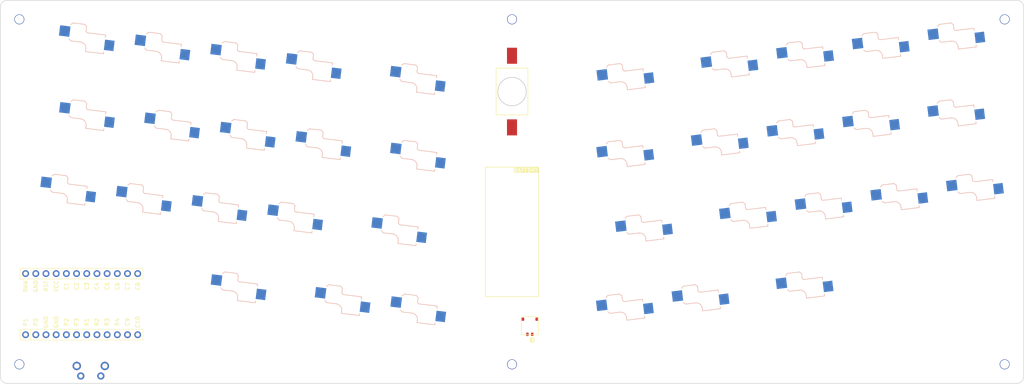
<source format=kicad_pcb>
(kicad_pcb (version 20171130) (host pcbnew 5.1.6)
  (title_block (title "Blasphemy") (rev "v1.0.0") (company "Unknown"))
  (layers (0 F.Cu signal) (31 B.Cu signal) (34 B.Paste user) (35 F.Paste user) (36 B.SilkS user) (37 F.SilkS user) (38 B.Mask user) (39 F.Mask user) (44 Edge.Cuts user))
  (net 0 "")
  (net 1 "RAW")
  (net 2 "GND")
  (net 3 "RST")
  (net 4 "VCC")
  (net 5 "C1")
  (net 6 "C2")
  (net 7 "C3")
  (net 8 "C4")
  (net 9 "C5")
  (net 10 "C6")
  (net 11 "C7")
  (net 12 "C8")
  (net 13 "P1")
  (net 14 "P0")
  (net 15 "P2")
  (net 16 "P3")
  (net 17 "R1")
  (net 18 "R2")
  (net 19 "R3")
  (net 20 "R4")
  (net 21 "C9")
  (net 22 "C10")
  (net 23 "P101")
  (net 24 "P102")
  (net 25 "P107")
  (net 26 "MCU1_24")
  (net 27 "MCU1_1")
  (net 28 "MCU1_23")
  (net 29 "MCU1_2")
  (net 30 "MCU1_22")
  (net 31 "MCU1_3")
  (net 32 "MCU1_21")
  (net 33 "MCU1_4")
  (net 34 "MCU1_20")
  (net 35 "MCU1_5")
  (net 36 "MCU1_19")
  (net 37 "MCU1_6")
  (net 38 "MCU1_18")
  (net 39 "MCU1_7")
  (net 40 "MCU1_17")
  (net 41 "MCU1_8")
  (net 42 "MCU1_16")
  (net 43 "MCU1_9")
  (net 44 "MCU1_15")
  (net 45 "MCU1_10")
  (net 46 "MCU1_14")
  (net 47 "MCU1_11")
  (net 48 "MCU1_13")
  (net 49 "MCU1_12")
  (net 50 "q_top")
  (net 51 "w_top")
  (net 52 "e_top")
  (net 53 "r_top")
  (net 54 "t_top")
  (net 55 "mirror_q_top")
  (net 56 "mirror_w_top")
  (net 57 "mirror_e_top")
  (net 58 "mirror_r_top")
  (net 59 "mirror_t_top")
  (net 60 "a_home")
  (net 61 "s_home")
  (net 62 "d_home")
  (net 63 "f_home")
  (net 64 "g_home")
  (net 65 "mirror_a_home")
  (net 66 "mirror_s_home")
  (net 67 "mirror_d_home")
  (net 68 "mirror_f_home")
  (net 69 "mirror_g_home")
  (net 70 "z_bottom")
  (net 71 "x_bottom")
  (net 72 "c_bottom")
  (net 73 "v_bottom")
  (net 74 "b_bottom")
  (net 75 "mirror_z_bottom")
  (net 76 "mirror_x_bottom")
  (net 77 "mirror_c_bottom")
  (net 78 "mirror_v_bottom")
  (net 79 "mirror_b_bottom")
  (net 80 "flex_thumb")
  (net 81 "base_thumb")
  (net 82 "ext_thumb")
  (net 83 "mirror_flex_thumb")
  (net 84 "mirror_base_thumb")
  (net 85 "mirror_ext_thumb")
  (net 86 "BAT_CONN")
  (footprint "ceoloide:mcu_nice_nano" (layer "F.Cu") (at 0.4248459000000224 61.786899899999995 90)
    (property "Reference" "MCU1" hide)
    (pad "24" thru_hole circle (at -7.62 -12.7 90) (size 1.7 1.7) (drill 1) (layers "*.Cu" "*.Mask") (net 13 "P1"))
    (pad "1" thru_hole circle (at 7.62 -12.7 90) (size 1.7 1.7) (drill 1) (layers "*.Cu" "*.Mask") (net 1 "RAW"))
    (fp_text user "P1" (at -4.47 -12.7 90) (layer "F.SilkS"))
    (fp_text user "RAW" (at 4.47 -12.7 90) (layer "F.SilkS"))
    (pad "23" thru_hole circle (at -7.62 -10.16 90) (size 1.7 1.7) (drill 1) (layers "*.Cu" "*.Mask") (net 14 "P0"))
    (pad "2" thru_hole circle (at 7.62 -10.16 90) (size 1.7 1.7) (drill 1) (layers "*.Cu" "*.Mask") (net 2 "GND"))
    (fp_text user "P0" (at -4.47 -10.16 90) (layer "F.SilkS"))
    (fp_text user "GND" (at 4.47 -10.16 90) (layer "F.SilkS"))
    (pad "22" thru_hole circle (at -7.62 -7.619999999999999 90) (size 1.7 1.7) (drill 1) (layers "*.Cu" "*.Mask") (net 2 "GND"))
    (pad "3" thru_hole circle (at 7.62 -7.619999999999999 90) (size 1.7 1.7) (drill 1) (layers "*.Cu" "*.Mask") (net 3 "RST"))
    (fp_text user "GND" (at -4.47 -7.619999999999999 90) (layer "F.SilkS"))
    (fp_text user "RST" (at 4.47 -7.619999999999999 90) (layer "F.SilkS"))
    (pad "21" thru_hole circle (at -7.62 -5.079999999999999 90) (size 1.7 1.7) (drill 1) (layers "*.Cu" "*.Mask") (net 2 "GND"))
    (pad "4" thru_hole circle (at 7.62 -5.079999999999999 90) (size 1.7 1.7) (drill 1) (layers "*.Cu" "*.Mask") (net 4 "VCC"))
    (fp_text user "GND" (at -4.47 -5.079999999999999 90) (layer "F.SilkS"))
    (fp_text user "VCC" (at 4.47 -5.079999999999999 90) (layer "F.SilkS"))
    (pad "20" thru_hole circle (at -7.62 -2.539999999999999 90) (size 1.7 1.7) (drill 1) (layers "*.Cu" "*.Mask") (net 15 "P2"))
    (pad "5" thru_hole circle (at 7.62 -2.539999999999999 90) (size 1.7 1.7) (drill 1) (layers "*.Cu" "*.Mask") (net 5 "C1"))
    (fp_text user "P2" (at -4.47 -2.539999999999999 90) (layer "F.SilkS"))
    (fp_text user "C1" (at 4.47 -2.539999999999999 90) (layer "F.SilkS"))
    (pad "19" thru_hole circle (at -7.62 0 90) (size 1.7 1.7) (drill 1) (layers "*.Cu" "*.Mask") (net 16 "P3"))
    (pad "6" thru_hole circle (at 7.62 0 90) (size 1.7 1.7) (drill 1) (layers "*.Cu" "*.Mask") (net 6 "C2"))
    (fp_text user "P3" (at -4.47 0 90) (layer "F.SilkS"))
    (fp_text user "C2" (at 4.47 0 90) (layer "F.SilkS"))
    (pad "18" thru_hole circle (at -7.62 2.540000000000001 90) (size 1.7 1.7) (drill 1) (layers "*.Cu" "*.Mask") (net 17 "R1"))
    (pad "7" thru_hole circle (at 7.62 2.540000000000001 90) (size 1.7 1.7) (drill 1) (layers "*.Cu" "*.Mask") (net 7 "C3"))
    (fp_text user "R1" (at -4.47 2.540000000000001 90) (layer "F.SilkS"))
    (fp_text user "C3" (at 4.47 2.540000000000001 90) (layer "F.SilkS"))
    (pad "17" thru_hole circle (at -7.62 5.080000000000002 90) (size 1.7 1.7) (drill 1) (layers "*.Cu" "*.Mask") (net 18 "R2"))
    (pad "8" thru_hole circle (at 7.62 5.080000000000002 90) (size 1.7 1.7) (drill 1) (layers "*.Cu" "*.Mask") (net 8 "C4"))
    (fp_text user "R2" (at -4.47 5.080000000000002 90) (layer "F.SilkS"))
    (fp_text user "C4" (at 4.47 5.080000000000002 90) (layer "F.SilkS"))
    (pad "16" thru_hole circle (at -7.62 7.620000000000001 90) (size 1.7 1.7) (drill 1) (layers "*.Cu" "*.Mask") (net 19 "R3"))
    (pad "9" thru_hole circle (at 7.62 7.620000000000001 90) (size 1.7 1.7) (drill 1) (layers "*.Cu" "*.Mask") (net 9 "C5"))
    (fp_text user "R3" (at -4.47 7.620000000000001 90) (layer "F.SilkS"))
    (fp_text user "C5" (at 4.47 7.620000000000001 90) (layer "F.SilkS"))
    (pad "15" thru_hole circle (at -7.62 10.16 90) (size 1.7 1.7) (drill 1) (layers "*.Cu" "*.Mask") (net 20 "R4"))
    (pad "10" thru_hole circle (at 7.62 10.16 90) (size 1.7 1.7) (drill 1) (layers "*.Cu" "*.Mask") (net 10 "C6"))
    (fp_text user "R4" (at -4.47 10.16 90) (layer "F.SilkS"))
    (fp_text user "C6" (at 4.47 10.16 90) (layer "F.SilkS"))
    (pad "14" thru_hole circle (at -7.62 12.7 90) (size 1.7 1.7) (drill 1) (layers "*.Cu" "*.Mask") (net 21 "C9"))
    (pad "11" thru_hole circle (at 7.62 12.7 90) (size 1.7 1.7) (drill 1) (layers "*.Cu" "*.Mask") (net 11 "C7"))
    (fp_text user "C9" (at -4.47 12.7 90) (layer "F.SilkS"))
    (fp_text user "C7" (at 4.47 12.7 90) (layer "F.SilkS"))
    (pad "13" thru_hole circle (at -7.62 15.240000000000002 90) (size 1.7 1.7) (drill 1) (layers "*.Cu" "*.Mask") (net 22 "C10"))
    (pad "12" thru_hole circle (at 7.62 15.240000000000002 90) (size 1.7 1.7) (drill 1) (layers "*.Cu" "*.Mask") (net 12 "C8"))
    (fp_text user "C10" (at -4.47 15.240000000000002 90) (layer "F.SilkS"))
    (fp_text user "C8" (at 4.47 15.240000000000002 90) (layer "F.SilkS"))
  )
  (module "ceoloide:switch_choc_v1_v2" (layer B.Cu) (at 0 0 -7)
    (fp_text reference "S1" hide)
    (pad "" np_thru_hole circle (at 0 0 -7) (size 5 5) (drill 5) (layers *.Cu))
    (pad "" np_thru_hole circle (at 5.5 0 -7) (size 1.9 1.9) (drill 1.9) (layers *.Cu))
    (pad "" np_thru_hole circle (at -5.5 0 -7) (size 1.9 1.9) (drill 1.9) (layers *.Cu))
    (pad "" np_thru_hole circle (at 0 -5.95 -7) (size 3 3) (drill 3) (layers *.Cu *.Mask))
    (pad 1 smd rect (at -3.275 -5.95 -7) (size 2.6 2.6) (layers B.Cu B.Paste B.Mask) (net 5 "C1"))
    (pad 2 smd rect (at 8.175 -3.75 -7) (size 2.4 2.6) (layers B.Cu B.Paste B.Mask) (net 50 "q_top"))
    (pad "" np_thru_hole circle (at 5 -3.75 188) (size 3 3) (drill 3) (layers *.Cu *.Mask))
  )
  (module "ceoloide:switch_choc_v1_v2" (layer B.Cu) (at 18.8583769 2.3155175 -7)
    (fp_text reference "S2" hide)
    (pad "" np_thru_hole circle (at 0 0 -7) (size 5 5) (drill 5) (layers *.Cu))
    (pad "" np_thru_hole circle (at 5.5 0 -7) (size 1.9 1.9) (drill 1.9) (layers *.Cu))
    (pad "" np_thru_hole circle (at -5.5 0 -7) (size 1.9 1.9) (drill 1.9) (layers *.Cu))
    (pad "" np_thru_hole circle (at 0 -5.95 -7) (size 3 3) (drill 3) (layers *.Cu *.Mask))
    (pad 1 smd rect (at -3.275 -5.95 -7) (size 2.6 2.6) (layers B.Cu B.Paste B.Mask) (net 6 "C2"))
    (pad 2 smd rect (at 8.175 -3.75 -7) (size 2.4 2.6) (layers B.Cu B.Paste B.Mask) (net 51 "w_top"))
    (pad "" np_thru_hole circle (at 5 -3.75 188) (size 3 3) (drill 3) (layers *.Cu *.Mask))
  )
  (module "ceoloide:switch_choc_v1_v2" (layer B.Cu) (at 37.7167538 4.631035 -7)
    (fp_text reference "S3" hide)
    (pad "" np_thru_hole circle (at 0 0 -7) (size 5 5) (drill 5) (layers *.Cu))
    (pad "" np_thru_hole circle (at 5.5 0 -7) (size 1.9 1.9) (drill 1.9) (layers *.Cu))
    (pad "" np_thru_hole circle (at -5.5 0 -7) (size 1.9 1.9) (drill 1.9) (layers *.Cu))
    (pad "" np_thru_hole circle (at 0 -5.95 -7) (size 3 3) (drill 3) (layers *.Cu *.Mask))
    (pad 1 smd rect (at -3.275 -5.95 -7) (size 2.6 2.6) (layers B.Cu B.Paste B.Mask) (net 7 "C3"))
    (pad 2 smd rect (at 8.175 -3.75 -7) (size 2.4 2.6) (layers B.Cu B.Paste B.Mask) (net 52 "e_top"))
    (pad "" np_thru_hole circle (at 5 -3.75 188) (size 3 3) (drill 3) (layers *.Cu *.Mask))
  )
  (module "ceoloide:switch_choc_v1_v2" (layer B.Cu) (at 56.5751306 6.9465526 -7)
    (fp_text reference "S4" hide)
    (pad "" np_thru_hole circle (at 0 0 -7) (size 5 5) (drill 5) (layers *.Cu))
    (pad "" np_thru_hole circle (at 5.5 0 -7) (size 1.9 1.9) (drill 1.9) (layers *.Cu))
    (pad "" np_thru_hole circle (at -5.5 0 -7) (size 1.9 1.9) (drill 1.9) (layers *.Cu))
    (pad "" np_thru_hole circle (at 0 -5.95 -7) (size 3 3) (drill 3) (layers *.Cu *.Mask))
    (pad 1 smd rect (at -3.275 -5.95 -7) (size 2.6 2.6) (layers B.Cu B.Paste B.Mask) (net 8 "C4"))
    (pad 2 smd rect (at 8.175 -3.75 -7) (size 2.4 2.6) (layers B.Cu B.Paste B.Mask) (net 53 "r_top"))
    (pad "" np_thru_hole circle (at 5 -3.75 188) (size 3 3) (drill 3) (layers *.Cu *.Mask))
  )
  (module "ceoloide:switch_choc_v1_v2" (layer B.Cu) (at 82.5053989 10.1303892 -7)
    (fp_text reference "S5" hide)
    (pad "" np_thru_hole circle (at 0 0 -7) (size 5 5) (drill 5) (layers *.Cu))
    (pad "" np_thru_hole circle (at 5.5 0 -7) (size 1.9 1.9) (drill 1.9) (layers *.Cu))
    (pad "" np_thru_hole circle (at -5.5 0 -7) (size 1.9 1.9) (drill 1.9) (layers *.Cu))
    (pad "" np_thru_hole circle (at 0 -5.95 -7) (size 3 3) (drill 3) (layers *.Cu *.Mask))
    (pad 1 smd rect (at -3.275 -5.95 -7) (size 2.6 2.6) (layers B.Cu B.Paste B.Mask) (net 9 "C5"))
    (pad 2 smd rect (at 8.175 -3.75 -7) (size 2.4 2.6) (layers B.Cu B.Paste B.Mask) (net 54 "t_top"))
    (pad "" np_thru_hole circle (at 5 -3.75 188) (size 3 3) (drill 3) (layers *.Cu *.Mask))
  )
  (module "ceoloide:switch_choc_v1_v2" (layer B.Cu) (at 217.9546918 0 7)
    (fp_text reference "S6" hide)
    (pad "" np_thru_hole circle (at 0 0 7) (size 5 5) (drill 5) (layers *.Cu))
    (pad "" np_thru_hole circle (at 5.5 0 7) (size 1.9 1.9) (drill 1.9) (layers *.Cu))
    (pad "" np_thru_hole circle (at -5.5 0 7) (size 1.9 1.9) (drill 1.9) (layers *.Cu))
    (pad "" np_thru_hole circle (at 0 -5.95 7) (size 3 3) (drill 3) (layers *.Cu *.Mask))
    (pad 1 smd rect (at -3.275 -5.95 7) (size 2.6 2.6) (layers B.Cu B.Paste B.Mask) (net 22 "C10"))
    (pad 2 smd rect (at 8.175 -3.75 7) (size 2.4 2.6) (layers B.Cu B.Paste B.Mask) (net 55 "mirror_q_top"))
    (pad "" np_thru_hole circle (at 5 -3.75 202) (size 3 3) (drill 3) (layers *.Cu *.Mask))
  )
  (module "ceoloide:switch_choc_v1_v2" (layer B.Cu) (at 199.0963149 2.3155175 7)
    (fp_text reference "S7" hide)
    (pad "" np_thru_hole circle (at 0 0 7) (size 5 5) (drill 5) (layers *.Cu))
    (pad "" np_thru_hole circle (at 5.5 0 7) (size 1.9 1.9) (drill 1.9) (layers *.Cu))
    (pad "" np_thru_hole circle (at -5.5 0 7) (size 1.9 1.9) (drill 1.9) (layers *.Cu))
    (pad "" np_thru_hole circle (at 0 -5.95 7) (size 3 3) (drill 3) (layers *.Cu *.Mask))
    (pad 1 smd rect (at -3.275 -5.95 7) (size 2.6 2.6) (layers B.Cu B.Paste B.Mask) (net 21 "C9"))
    (pad 2 smd rect (at 8.175 -3.75 7) (size 2.4 2.6) (layers B.Cu B.Paste B.Mask) (net 56 "mirror_w_top"))
    (pad "" np_thru_hole circle (at 5 -3.75 202) (size 3 3) (drill 3) (layers *.Cu *.Mask))
  )
  (module "ceoloide:switch_choc_v1_v2" (layer B.Cu) (at 180.237938 4.631035 7)
    (fp_text reference "S8" hide)
    (pad "" np_thru_hole circle (at 0 0 7) (size 5 5) (drill 5) (layers *.Cu))
    (pad "" np_thru_hole circle (at 5.5 0 7) (size 1.9 1.9) (drill 1.9) (layers *.Cu))
    (pad "" np_thru_hole circle (at -5.5 0 7) (size 1.9 1.9) (drill 1.9) (layers *.Cu))
    (pad "" np_thru_hole circle (at 0 -5.95 7) (size 3 3) (drill 3) (layers *.Cu *.Mask))
    (pad 1 smd rect (at -3.275 -5.95 7) (size 2.6 2.6) (layers B.Cu B.Paste B.Mask) (net 12 "C8"))
    (pad 2 smd rect (at 8.175 -3.75 7) (size 2.4 2.6) (layers B.Cu B.Paste B.Mask) (net 57 "mirror_e_top"))
    (pad "" np_thru_hole circle (at 5 -3.75 202) (size 3 3) (drill 3) (layers *.Cu *.Mask))
  )
  (module "ceoloide:switch_choc_v1_v2" (layer B.Cu) (at 161.3795612 6.9465526 7)
    (fp_text reference "S9" hide)
    (pad "" np_thru_hole circle (at 0 0 7) (size 5 5) (drill 5) (layers *.Cu))
    (pad "" np_thru_hole circle (at 5.5 0 7) (size 1.9 1.9) (drill 1.9) (layers *.Cu))
    (pad "" np_thru_hole circle (at -5.5 0 7) (size 1.9 1.9) (drill 1.9) (layers *.Cu))
    (pad "" np_thru_hole circle (at 0 -5.95 7) (size 3 3) (drill 3) (layers *.Cu *.Mask))
    (pad 1 smd rect (at -3.275 -5.95 7) (size 2.6 2.6) (layers B.Cu B.Paste B.Mask) (net 11 "C7"))
    (pad 2 smd rect (at 8.175 -3.75 7) (size 2.4 2.6) (layers B.Cu B.Paste B.Mask) (net 58 "mirror_r_top"))
    (pad "" np_thru_hole circle (at 5 -3.75 202) (size 3 3) (drill 3) (layers *.Cu *.Mask))
  )
  (module "ceoloide:switch_choc_v1_v2" (layer B.Cu) (at 135.4492929 10.1303892 7)
    (fp_text reference "S10" hide)
    (pad "" np_thru_hole circle (at 0 0 7) (size 5 5) (drill 5) (layers *.Cu))
    (pad "" np_thru_hole circle (at 5.5 0 7) (size 1.9 1.9) (drill 1.9) (layers *.Cu))
    (pad "" np_thru_hole circle (at -5.5 0 7) (size 1.9 1.9) (drill 1.9) (layers *.Cu))
    (pad "" np_thru_hole circle (at 0 -5.95 7) (size 3 3) (drill 3) (layers *.Cu *.Mask))
    (pad 1 smd rect (at -3.275 -5.95 7) (size 2.6 2.6) (layers B.Cu B.Paste B.Mask) (net 10 "C6"))
    (pad 2 smd rect (at 8.175 -3.75 7) (size 2.4 2.6) (layers B.Cu B.Paste B.Mask) (net 59 "mirror_t_top"))
    (pad "" np_thru_hole circle (at 5 -3.75 202) (size 3 3) (drill 3) (layers *.Cu *.Mask))
  )
  (module "ceoloide:switch_choc_v1_v2" (layer B.Cu) (at 0.0417796 19.1478166 -7)
    (fp_text reference "S11" hide)
    (pad "" np_thru_hole circle (at 0 0 -7) (size 5 5) (drill 5) (layers *.Cu))
    (pad "" np_thru_hole circle (at 5.5 0 -7) (size 1.9 1.9) (drill 1.9) (layers *.Cu))
    (pad "" np_thru_hole circle (at -5.5 0 -7) (size 1.9 1.9) (drill 1.9) (layers *.Cu))
    (pad "" np_thru_hole circle (at 0 -5.95 -7) (size 3 3) (drill 3) (layers *.Cu *.Mask))
    (pad 1 smd rect (at -3.275 -5.95 -7) (size 2.6 2.6) (layers B.Cu B.Paste B.Mask) (net 5 "C1"))
    (pad 2 smd rect (at 8.175 -3.75 -7) (size 2.4 2.6) (layers B.Cu B.Paste B.Mask) (net 60 "a_home"))
    (pad "" np_thru_hole circle (at 5 -3.75 188) (size 3 3) (drill 3) (layers *.Cu *.Mask))
  )
  (module "ceoloide:switch_choc_v1_v2" (layer B.Cu) (at 21.2574536 21.7527738 -7)
    (fp_text reference "S12" hide)
    (pad "" np_thru_hole circle (at 0 0 -7) (size 5 5) (drill 5) (layers *.Cu))
    (pad "" np_thru_hole circle (at 5.5 0 -7) (size 1.9 1.9) (drill 1.9) (layers *.Cu))
    (pad "" np_thru_hole circle (at -5.5 0 -7) (size 1.9 1.9) (drill 1.9) (layers *.Cu))
    (pad "" np_thru_hole circle (at 0 -5.95 -7) (size 3 3) (drill 3) (layers *.Cu *.Mask))
    (pad 1 smd rect (at -3.275 -5.95 -7) (size 2.6 2.6) (layers B.Cu B.Paste B.Mask) (net 6 "C2"))
    (pad 2 smd rect (at 8.175 -3.75 -7) (size 2.4 2.6) (layers B.Cu B.Paste B.Mask) (net 61 "s_home"))
    (pad "" np_thru_hole circle (at 5 -3.75 188) (size 3 3) (drill 3) (layers *.Cu *.Mask))
  )
  (module "ceoloide:switch_choc_v1_v2" (layer B.Cu) (at 40.1158305 24.0682913 -7)
    (fp_text reference "S13" hide)
    (pad "" np_thru_hole circle (at 0 0 -7) (size 5 5) (drill 5) (layers *.Cu))
    (pad "" np_thru_hole circle (at 5.5 0 -7) (size 1.9 1.9) (drill 1.9) (layers *.Cu))
    (pad "" np_thru_hole circle (at -5.5 0 -7) (size 1.9 1.9) (drill 1.9) (layers *.Cu))
    (pad "" np_thru_hole circle (at 0 -5.95 -7) (size 3 3) (drill 3) (layers *.Cu *.Mask))
    (pad 1 smd rect (at -3.275 -5.95 -7) (size 2.6 2.6) (layers B.Cu B.Paste B.Mask) (net 7 "C3"))
    (pad 2 smd rect (at 8.175 -3.75 -7) (size 2.4 2.6) (layers B.Cu B.Paste B.Mask) (net 62 "d_home"))
    (pad "" np_thru_hole circle (at 5 -3.75 188) (size 3 3) (drill 3) (layers *.Cu *.Mask))
  )
  (module "ceoloide:switch_choc_v1_v2" (layer B.Cu) (at 58.9742074 26.3838089 -7)
    (fp_text reference "S14" hide)
    (pad "" np_thru_hole circle (at 0 0 -7) (size 5 5) (drill 5) (layers *.Cu))
    (pad "" np_thru_hole circle (at 5.5 0 -7) (size 1.9 1.9) (drill 1.9) (layers *.Cu))
    (pad "" np_thru_hole circle (at -5.5 0 -7) (size 1.9 1.9) (drill 1.9) (layers *.Cu))
    (pad "" np_thru_hole circle (at 0 -5.95 -7) (size 3 3) (drill 3) (layers *.Cu *.Mask))
    (pad 1 smd rect (at -3.275 -5.95 -7) (size 2.6 2.6) (layers B.Cu B.Paste B.Mask) (net 8 "C4"))
    (pad 2 smd rect (at 8.175 -3.75 -7) (size 2.4 2.6) (layers B.Cu B.Paste B.Mask) (net 63 "f_home"))
    (pad "" np_thru_hole circle (at 5 -3.75 188) (size 3 3) (drill 3) (layers *.Cu *.Mask))
  )
  (module "ceoloide:switch_choc_v1_v2" (layer B.Cu) (at 82.5471785 29.2782058 -7)
    (fp_text reference "S15" hide)
    (pad "" np_thru_hole circle (at 0 0 -7) (size 5 5) (drill 5) (layers *.Cu))
    (pad "" np_thru_hole circle (at 5.5 0 -7) (size 1.9 1.9) (drill 1.9) (layers *.Cu))
    (pad "" np_thru_hole circle (at -5.5 0 -7) (size 1.9 1.9) (drill 1.9) (layers *.Cu))
    (pad "" np_thru_hole circle (at 0 -5.95 -7) (size 3 3) (drill 3) (layers *.Cu *.Mask))
    (pad 1 smd rect (at -3.275 -5.95 -7) (size 2.6 2.6) (layers B.Cu B.Paste B.Mask) (net 9 "C5"))
    (pad 2 smd rect (at 8.175 -3.75 -7) (size 2.4 2.6) (layers B.Cu B.Paste B.Mask) (net 64 "g_home"))
    (pad "" np_thru_hole circle (at 5 -3.75 188) (size 3 3) (drill 3) (layers *.Cu *.Mask))
  )
  (module "ceoloide:switch_choc_v1_v2" (layer B.Cu) (at 217.9129122 19.1478166 7)
    (fp_text reference "S16" hide)
    (pad "" np_thru_hole circle (at 0 0 7) (size 5 5) (drill 5) (layers *.Cu))
    (pad "" np_thru_hole circle (at 5.5 0 7) (size 1.9 1.9) (drill 1.9) (layers *.Cu))
    (pad "" np_thru_hole circle (at -5.5 0 7) (size 1.9 1.9) (drill 1.9) (layers *.Cu))
    (pad "" np_thru_hole circle (at 0 -5.95 7) (size 3 3) (drill 3) (layers *.Cu *.Mask))
    (pad 1 smd rect (at -3.275 -5.95 7) (size 2.6 2.6) (layers B.Cu B.Paste B.Mask) (net 22 "C10"))
    (pad 2 smd rect (at 8.175 -3.75 7) (size 2.4 2.6) (layers B.Cu B.Paste B.Mask) (net 65 "mirror_a_home"))
    (pad "" np_thru_hole circle (at 5 -3.75 202) (size 3 3) (drill 3) (layers *.Cu *.Mask))
  )
  (module "ceoloide:switch_choc_v1_v2" (layer B.Cu) (at 196.69723820000002 21.7527738 7)
    (fp_text reference "S17" hide)
    (pad "" np_thru_hole circle (at 0 0 7) (size 5 5) (drill 5) (layers *.Cu))
    (pad "" np_thru_hole circle (at 5.5 0 7) (size 1.9 1.9) (drill 1.9) (layers *.Cu))
    (pad "" np_thru_hole circle (at -5.5 0 7) (size 1.9 1.9) (drill 1.9) (layers *.Cu))
    (pad "" np_thru_hole circle (at 0 -5.95 7) (size 3 3) (drill 3) (layers *.Cu *.Mask))
    (pad 1 smd rect (at -3.275 -5.95 7) (size 2.6 2.6) (layers B.Cu B.Paste B.Mask) (net 21 "C9"))
    (pad 2 smd rect (at 8.175 -3.75 7) (size 2.4 2.6) (layers B.Cu B.Paste B.Mask) (net 66 "mirror_s_home"))
    (pad "" np_thru_hole circle (at 5 -3.75 202) (size 3 3) (drill 3) (layers *.Cu *.Mask))
  )
  (module "ceoloide:switch_choc_v1_v2" (layer B.Cu) (at 177.83886130000002 24.0682913 7)
    (fp_text reference "S18" hide)
    (pad "" np_thru_hole circle (at 0 0 7) (size 5 5) (drill 5) (layers *.Cu))
    (pad "" np_thru_hole circle (at 5.5 0 7) (size 1.9 1.9) (drill 1.9) (layers *.Cu))
    (pad "" np_thru_hole circle (at -5.5 0 7) (size 1.9 1.9) (drill 1.9) (layers *.Cu))
    (pad "" np_thru_hole circle (at 0 -5.95 7) (size 3 3) (drill 3) (layers *.Cu *.Mask))
    (pad 1 smd rect (at -3.275 -5.95 7) (size 2.6 2.6) (layers B.Cu B.Paste B.Mask) (net 12 "C8"))
    (pad 2 smd rect (at 8.175 -3.75 7) (size 2.4 2.6) (layers B.Cu B.Paste B.Mask) (net 67 "mirror_d_home"))
    (pad "" np_thru_hole circle (at 5 -3.75 202) (size 3 3) (drill 3) (layers *.Cu *.Mask))
  )
  (module "ceoloide:switch_choc_v1_v2" (layer B.Cu) (at 158.98048440000002 26.3838089 7)
    (fp_text reference "S19" hide)
    (pad "" np_thru_hole circle (at 0 0 7) (size 5 5) (drill 5) (layers *.Cu))
    (pad "" np_thru_hole circle (at 5.5 0 7) (size 1.9 1.9) (drill 1.9) (layers *.Cu))
    (pad "" np_thru_hole circle (at -5.5 0 7) (size 1.9 1.9) (drill 1.9) (layers *.Cu))
    (pad "" np_thru_hole circle (at 0 -5.95 7) (size 3 3) (drill 3) (layers *.Cu *.Mask))
    (pad 1 smd rect (at -3.275 -5.95 7) (size 2.6 2.6) (layers B.Cu B.Paste B.Mask) (net 11 "C7"))
    (pad 2 smd rect (at 8.175 -3.75 7) (size 2.4 2.6) (layers B.Cu B.Paste B.Mask) (net 68 "mirror_f_home"))
    (pad "" np_thru_hole circle (at 5 -3.75 202) (size 3 3) (drill 3) (layers *.Cu *.Mask))
  )
  (module "ceoloide:switch_choc_v1_v2" (layer B.Cu) (at 135.4075133 29.2782058 7)
    (fp_text reference "S20" hide)
    (pad "" np_thru_hole circle (at 0 0 7) (size 5 5) (drill 5) (layers *.Cu))
    (pad "" np_thru_hole circle (at 5.5 0 7) (size 1.9 1.9) (drill 1.9) (layers *.Cu))
    (pad "" np_thru_hole circle (at -5.5 0 7) (size 1.9 1.9) (drill 1.9) (layers *.Cu))
    (pad "" np_thru_hole circle (at 0 -5.95 7) (size 3 3) (drill 3) (layers *.Cu *.Mask))
    (pad 1 smd rect (at -3.275 -5.95 7) (size 2.6 2.6) (layers B.Cu B.Paste B.Mask) (net 10 "C6"))
    (pad 2 smd rect (at 8.175 -3.75 7) (size 2.4 2.6) (layers B.Cu B.Paste B.Mask) (net 69 "mirror_g_home"))
    (pad "" np_thru_hole circle (at 5 -3.75 202) (size 3 3) (drill 3) (layers *.Cu *.Mask))
  )
  (module "ceoloide:switch_choc_v1_v2" (layer B.Cu) (at -4.631035 37.7167538 -7)
    (fp_text reference "S21" hide)
    (pad "" np_thru_hole circle (at 0 0 -7) (size 5 5) (drill 5) (layers *.Cu))
    (pad "" np_thru_hole circle (at 5.5 0 -7) (size 1.9 1.9) (drill 1.9) (layers *.Cu))
    (pad "" np_thru_hole circle (at -5.5 0 -7) (size 1.9 1.9) (drill 1.9) (layers *.Cu))
    (pad "" np_thru_hole circle (at 0 -5.95 -7) (size 3 3) (drill 3) (layers *.Cu *.Mask))
    (pad 1 smd rect (at -3.275 -5.95 -7) (size 2.6 2.6) (layers B.Cu B.Paste B.Mask) (net 5 "C1"))
    (pad 2 smd rect (at 8.175 -3.75 -7) (size 2.4 2.6) (layers B.Cu B.Paste B.Mask) (net 70 "z_bottom"))
    (pad "" np_thru_hole circle (at 5 -3.75 188) (size 3 3) (drill 3) (layers *.Cu *.Mask))
  )
  (module "ceoloide:switch_choc_v1_v2" (layer B.Cu) (at 14.227341899999999 40.0322713 -7)
    (fp_text reference "S22" hide)
    (pad "" np_thru_hole circle (at 0 0 -7) (size 5 5) (drill 5) (layers *.Cu))
    (pad "" np_thru_hole circle (at 5.5 0 -7) (size 1.9 1.9) (drill 1.9) (layers *.Cu))
    (pad "" np_thru_hole circle (at -5.5 0 -7) (size 1.9 1.9) (drill 1.9) (layers *.Cu))
    (pad "" np_thru_hole circle (at 0 -5.95 -7) (size 3 3) (drill 3) (layers *.Cu *.Mask))
    (pad 1 smd rect (at -3.275 -5.95 -7) (size 2.6 2.6) (layers B.Cu B.Paste B.Mask) (net 6 "C2"))
    (pad 2 smd rect (at 8.175 -3.75 -7) (size 2.4 2.6) (layers B.Cu B.Paste B.Mask) (net 71 "x_bottom"))
    (pad "" np_thru_hole circle (at 5 -3.75 188) (size 3 3) (drill 3) (layers *.Cu *.Mask))
  )
  (module "ceoloide:switch_choc_v1_v2" (layer B.Cu) (at 33.0857188 42.3477888 -7)
    (fp_text reference "S23" hide)
    (pad "" np_thru_hole circle (at 0 0 -7) (size 5 5) (drill 5) (layers *.Cu))
    (pad "" np_thru_hole circle (at 5.5 0 -7) (size 1.9 1.9) (drill 1.9) (layers *.Cu))
    (pad "" np_thru_hole circle (at -5.5 0 -7) (size 1.9 1.9) (drill 1.9) (layers *.Cu))
    (pad "" np_thru_hole circle (at 0 -5.95 -7) (size 3 3) (drill 3) (layers *.Cu *.Mask))
    (pad 1 smd rect (at -3.275 -5.95 -7) (size 2.6 2.6) (layers B.Cu B.Paste B.Mask) (net 7 "C3"))
    (pad 2 smd rect (at 8.175 -3.75 -7) (size 2.4 2.6) (layers B.Cu B.Paste B.Mask) (net 72 "c_bottom"))
    (pad "" np_thru_hole circle (at 5 -3.75 188) (size 3 3) (drill 3) (layers *.Cu *.Mask))
  )
  (module "ceoloide:switch_choc_v1_v2" (layer B.Cu) (at 51.944095600000004 44.663306399999996 -7)
    (fp_text reference "S24" hide)
    (pad "" np_thru_hole circle (at 0 0 -7) (size 5 5) (drill 5) (layers *.Cu))
    (pad "" np_thru_hole circle (at 5.5 0 -7) (size 1.9 1.9) (drill 1.9) (layers *.Cu))
    (pad "" np_thru_hole circle (at -5.5 0 -7) (size 1.9 1.9) (drill 1.9) (layers *.Cu))
    (pad "" np_thru_hole circle (at 0 -5.95 -7) (size 3 3) (drill 3) (layers *.Cu *.Mask))
    (pad 1 smd rect (at -3.275 -5.95 -7) (size 2.6 2.6) (layers B.Cu B.Paste B.Mask) (net 8 "C4"))
    (pad 2 smd rect (at 8.175 -3.75 -7) (size 2.4 2.6) (layers B.Cu B.Paste B.Mask) (net 73 "v_bottom"))
    (pad "" np_thru_hole circle (at 5 -3.75 188) (size 3 3) (drill 3) (layers *.Cu *.Mask))
  )
  (module "ceoloide:switch_choc_v1_v2" (layer B.Cu) (at 77.8743639 47.847143 -7)
    (fp_text reference "S25" hide)
    (pad "" np_thru_hole circle (at 0 0 -7) (size 5 5) (drill 5) (layers *.Cu))
    (pad "" np_thru_hole circle (at 5.5 0 -7) (size 1.9 1.9) (drill 1.9) (layers *.Cu))
    (pad "" np_thru_hole circle (at -5.5 0 -7) (size 1.9 1.9) (drill 1.9) (layers *.Cu))
    (pad "" np_thru_hole circle (at 0 -5.95 -7) (size 3 3) (drill 3) (layers *.Cu *.Mask))
    (pad 1 smd rect (at -3.275 -5.95 -7) (size 2.6 2.6) (layers B.Cu B.Paste B.Mask) (net 9 "C5"))
    (pad 2 smd rect (at 8.175 -3.75 -7) (size 2.4 2.6) (layers B.Cu B.Paste B.Mask) (net 74 "b_bottom"))
    (pad "" np_thru_hole circle (at 5 -3.75 188) (size 3 3) (drill 3) (layers *.Cu *.Mask))
  )
  (module "ceoloide:switch_choc_v1_v2" (layer B.Cu) (at 222.5857268 37.7167538 7)
    (fp_text reference "S26" hide)
    (pad "" np_thru_hole circle (at 0 0 7) (size 5 5) (drill 5) (layers *.Cu))
    (pad "" np_thru_hole circle (at 5.5 0 7) (size 1.9 1.9) (drill 1.9) (layers *.Cu))
    (pad "" np_thru_hole circle (at -5.5 0 7) (size 1.9 1.9) (drill 1.9) (layers *.Cu))
    (pad "" np_thru_hole circle (at 0 -5.95 7) (size 3 3) (drill 3) (layers *.Cu *.Mask))
    (pad 1 smd rect (at -3.275 -5.95 7) (size 2.6 2.6) (layers B.Cu B.Paste B.Mask) (net 22 "C10"))
    (pad 2 smd rect (at 8.175 -3.75 7) (size 2.4 2.6) (layers B.Cu B.Paste B.Mask) (net 75 "mirror_z_bottom"))
    (pad "" np_thru_hole circle (at 5 -3.75 202) (size 3 3) (drill 3) (layers *.Cu *.Mask))
  )
  (module "ceoloide:switch_choc_v1_v2" (layer B.Cu) (at 203.7273499 40.0322713 7)
    (fp_text reference "S27" hide)
    (pad "" np_thru_hole circle (at 0 0 7) (size 5 5) (drill 5) (layers *.Cu))
    (pad "" np_thru_hole circle (at 5.5 0 7) (size 1.9 1.9) (drill 1.9) (layers *.Cu))
    (pad "" np_thru_hole circle (at -5.5 0 7) (size 1.9 1.9) (drill 1.9) (layers *.Cu))
    (pad "" np_thru_hole circle (at 0 -5.95 7) (size 3 3) (drill 3) (layers *.Cu *.Mask))
    (pad 1 smd rect (at -3.275 -5.95 7) (size 2.6 2.6) (layers B.Cu B.Paste B.Mask) (net 21 "C9"))
    (pad 2 smd rect (at 8.175 -3.75 7) (size 2.4 2.6) (layers B.Cu B.Paste B.Mask) (net 76 "mirror_x_bottom"))
    (pad "" np_thru_hole circle (at 5 -3.75 202) (size 3 3) (drill 3) (layers *.Cu *.Mask))
  )
  (module "ceoloide:switch_choc_v1_v2" (layer B.Cu) (at 184.868973 42.3477888 7)
    (fp_text reference "S28" hide)
    (pad "" np_thru_hole circle (at 0 0 7) (size 5 5) (drill 5) (layers *.Cu))
    (pad "" np_thru_hole circle (at 5.5 0 7) (size 1.9 1.9) (drill 1.9) (layers *.Cu))
    (pad "" np_thru_hole circle (at -5.5 0 7) (size 1.9 1.9) (drill 1.9) (layers *.Cu))
    (pad "" np_thru_hole circle (at 0 -5.95 7) (size 3 3) (drill 3) (layers *.Cu *.Mask))
    (pad 1 smd rect (at -3.275 -5.95 7) (size 2.6 2.6) (layers B.Cu B.Paste B.Mask) (net 12 "C8"))
    (pad 2 smd rect (at 8.175 -3.75 7) (size 2.4 2.6) (layers B.Cu B.Paste B.Mask) (net 77 "mirror_c_bottom"))
    (pad "" np_thru_hole circle (at 5 -3.75 202) (size 3 3) (drill 3) (layers *.Cu *.Mask))
  )
  (module "ceoloide:switch_choc_v1_v2" (layer B.Cu) (at 166.0105962 44.663306399999996 7)
    (fp_text reference "S29" hide)
    (pad "" np_thru_hole circle (at 0 0 7) (size 5 5) (drill 5) (layers *.Cu))
    (pad "" np_thru_hole circle (at 5.5 0 7) (size 1.9 1.9) (drill 1.9) (layers *.Cu))
    (pad "" np_thru_hole circle (at -5.5 0 7) (size 1.9 1.9) (drill 1.9) (layers *.Cu))
    (pad "" np_thru_hole circle (at 0 -5.95 7) (size 3 3) (drill 3) (layers *.Cu *.Mask))
    (pad 1 smd rect (at -3.275 -5.95 7) (size 2.6 2.6) (layers B.Cu B.Paste B.Mask) (net 11 "C7"))
    (pad 2 smd rect (at 8.175 -3.75 7) (size 2.4 2.6) (layers B.Cu B.Paste B.Mask) (net 78 "mirror_v_bottom"))
    (pad "" np_thru_hole circle (at 5 -3.75 202) (size 3 3) (drill 3) (layers *.Cu *.Mask))
  )
  (module "ceoloide:switch_choc_v1_v2" (layer B.Cu) (at 140.0803279 47.847143 7)
    (fp_text reference "S30" hide)
    (pad "" np_thru_hole circle (at 0 0 7) (size 5 5) (drill 5) (layers *.Cu))
    (pad "" np_thru_hole circle (at 5.5 0 7) (size 1.9 1.9) (drill 1.9) (layers *.Cu))
    (pad "" np_thru_hole circle (at -5.5 0 7) (size 1.9 1.9) (drill 1.9) (layers *.Cu))
    (pad "" np_thru_hole circle (at 0 -5.95 7) (size 3 3) (drill 3) (layers *.Cu *.Mask))
    (pad 1 smd rect (at -3.275 -5.95 7) (size 2.6 2.6) (layers B.Cu B.Paste B.Mask) (net 10 "C6"))
    (pad 2 smd rect (at 8.175 -3.75 7) (size 2.4 2.6) (layers B.Cu B.Paste B.Mask) (net 79 "mirror_b_bottom"))
    (pad "" np_thru_hole circle (at 5 -3.75 202) (size 3 3) (drill 3) (layers *.Cu *.Mask))
  )
  (module "ceoloide:switch_choc_v1_v2" (layer B.Cu) (at 37.8420926 62.07448479999999 -7)
    (fp_text reference "S31" hide)
    (pad "" np_thru_hole circle (at 0 0 -7) (size 5 5) (drill 5) (layers *.Cu))
    (pad "" np_thru_hole circle (at 5.5 0 -7) (size 1.9 1.9) (drill 1.9) (layers *.Cu))
    (pad "" np_thru_hole circle (at -5.5 0 -7) (size 1.9 1.9) (drill 1.9) (layers *.Cu))
    (pad "" np_thru_hole circle (at 0 -5.95 -7) (size 3 3) (drill 3) (layers *.Cu *.Mask))
    (pad 1 smd rect (at -3.275 -5.95 -7) (size 2.6 2.6) (layers B.Cu B.Paste B.Mask) (net 7 "C3"))
    (pad 2 smd rect (at 8.175 -3.75 -7) (size 2.4 2.6) (layers B.Cu B.Paste B.Mask) (net 80 "flex_thumb"))
    (pad "" np_thru_hole circle (at 5 -3.75 188) (size 3 3) (drill 3) (layers *.Cu *.Mask))
  )
  (module "ceoloide:switch_choc_v1_v2" (layer B.Cu) (at 63.7723608 65.2583214 -7)
    (fp_text reference "S32" hide)
    (pad "" np_thru_hole circle (at 0 0 -7) (size 5 5) (drill 5) (layers *.Cu))
    (pad "" np_thru_hole circle (at 5.5 0 -7) (size 1.9 1.9) (drill 1.9) (layers *.Cu))
    (pad "" np_thru_hole circle (at -5.5 0 -7) (size 1.9 1.9) (drill 1.9) (layers *.Cu))
    (pad "" np_thru_hole circle (at 0 -5.95 -7) (size 3 3) (drill 3) (layers *.Cu *.Mask))
    (pad 1 smd rect (at -3.275 -5.95 -7) (size 2.6 2.6) (layers B.Cu B.Paste B.Mask) (net 8 "C4"))
    (pad 2 smd rect (at 8.175 -3.75 -7) (size 2.4 2.6) (layers B.Cu B.Paste B.Mask) (net 81 "base_thumb"))
    (pad "" np_thru_hole circle (at 5 -3.75 188) (size 3 3) (drill 3) (layers *.Cu *.Mask))
  )
  (module "ceoloide:switch_choc_v1_v2" (layer B.Cu) (at 82.6307377 67.5738389 -7)
    (fp_text reference "S33" hide)
    (pad "" np_thru_hole circle (at 0 0 -7) (size 5 5) (drill 5) (layers *.Cu))
    (pad "" np_thru_hole circle (at 5.5 0 -7) (size 1.9 1.9) (drill 1.9) (layers *.Cu))
    (pad "" np_thru_hole circle (at -5.5 0 -7) (size 1.9 1.9) (drill 1.9) (layers *.Cu))
    (pad "" np_thru_hole circle (at 0 -5.95 -7) (size 3 3) (drill 3) (layers *.Cu *.Mask))
    (pad 1 smd rect (at -3.275 -5.95 -7) (size 2.6 2.6) (layers B.Cu B.Paste B.Mask) (net 9 "C5"))
    (pad 2 smd rect (at 8.175 -3.75 -7) (size 2.4 2.6) (layers B.Cu B.Paste B.Mask) (net 82 "ext_thumb"))
    (pad "" np_thru_hole circle (at 5 -3.75 188) (size 3 3) (drill 3) (layers *.Cu *.Mask))
  )
  (module "ceoloide:switch_choc_v1_v2" (layer B.Cu) (at 180.1125992 62.07448479999999 7)
    (fp_text reference "S34" hide)
    (pad "" np_thru_hole circle (at 0 0 7) (size 5 5) (drill 5) (layers *.Cu))
    (pad "" np_thru_hole circle (at 5.5 0 7) (size 1.9 1.9) (drill 1.9) (layers *.Cu))
    (pad "" np_thru_hole circle (at -5.5 0 7) (size 1.9 1.9) (drill 1.9) (layers *.Cu))
    (pad "" np_thru_hole circle (at 0 -5.95 7) (size 3 3) (drill 3) (layers *.Cu *.Mask))
    (pad 1 smd rect (at -3.275 -5.95 7) (size 2.6 2.6) (layers B.Cu B.Paste B.Mask) (net 12 "C8"))
    (pad 2 smd rect (at 8.175 -3.75 7) (size 2.4 2.6) (layers B.Cu B.Paste B.Mask) (net 83 "mirror_flex_thumb"))
    (pad "" np_thru_hole circle (at 5 -3.75 202) (size 3 3) (drill 3) (layers *.Cu *.Mask))
  )
  (module "ceoloide:switch_choc_v1_v2" (layer B.Cu) (at 154.182331 65.2583214 7)
    (fp_text reference "S35" hide)
    (pad "" np_thru_hole circle (at 0 0 7) (size 5 5) (drill 5) (layers *.Cu))
    (pad "" np_thru_hole circle (at 5.5 0 7) (size 1.9 1.9) (drill 1.9) (layers *.Cu))
    (pad "" np_thru_hole circle (at -5.5 0 7) (size 1.9 1.9) (drill 1.9) (layers *.Cu))
    (pad "" np_thru_hole circle (at 0 -5.95 7) (size 3 3) (drill 3) (layers *.Cu *.Mask))
    (pad 1 smd rect (at -3.275 -5.95 7) (size 2.6 2.6) (layers B.Cu B.Paste B.Mask) (net 11 "C7"))
    (pad 2 smd rect (at 8.175 -3.75 7) (size 2.4 2.6) (layers B.Cu B.Paste B.Mask) (net 84 "mirror_base_thumb"))
    (pad "" np_thru_hole circle (at 5 -3.75 202) (size 3 3) (drill 3) (layers *.Cu *.Mask))
  )
  (module "ceoloide:switch_choc_v1_v2" (layer B.Cu) (at 135.3239541 67.5738389 7)
    (fp_text reference "S36" hide)
    (pad "" np_thru_hole circle (at 0 0 7) (size 5 5) (drill 5) (layers *.Cu))
    (pad "" np_thru_hole circle (at 5.5 0 7) (size 1.9 1.9) (drill 1.9) (layers *.Cu))
    (pad "" np_thru_hole circle (at -5.5 0 7) (size 1.9 1.9) (drill 1.9) (layers *.Cu))
    (pad "" np_thru_hole circle (at 0 -5.95 7) (size 3 3) (drill 3) (layers *.Cu *.Mask))
    (pad 1 smd rect (at -3.275 -5.95 7) (size 2.6 2.6) (layers B.Cu B.Paste B.Mask) (net 10 "C6"))
    (pad 2 smd rect (at 8.175 -3.75 7) (size 2.4 2.6) (layers B.Cu B.Paste B.Mask) (net 85 "mirror_ext_thumb"))
    (pad "" np_thru_hole circle (at 5 -3.75 202) (size 3 3) (drill 3) (layers *.Cu *.Mask))
  )
  (module "SKHLLCA010" (layer "F.Cu") (at 3.9773459000000173 78.43689989999999 180)
    (fp_text reference "S37" hide)
    (fp_text value "SKHLLCA010")
    (pad "1" thru_hole circle (at -2.5 -1.25 180) (size 1.8 1.8) (drill 1) (layers *.Cu "B.Mask") (net 3 "RST"))
    (pad "2" thru_hole circle (at 2.5 -1.25 180) (size 1.8 1.8) (drill 1) (layers *.Cu "B.Mask") (net 2 "GND"))
    (pad "MP" thru_hole circle (at -3.5 1.25 180) (size 2.1 2.1) (drill 1.3) (layers *.Cu *.Mask))
    (pad "MP" thru_hole circle (at 3.5 1.25 180) (size 2.1 2.1) (drill 1.3) (layers *.Cu *.Mask))
  )
  (footprint "1208YD" (layer "F.Cu") (at 108.97734590000002 8.786899899999995 -90)
    (property "Reference" "SW1" hide)
    (fp_circle (center 0 0) (end 3.55 0) (stroke (width 0.2)) (fill none) (layer "Edge.Cuts"))
    (pad "1" smd rect (at -8.925 0 -90) (size 4 2.5) (layers "F.Cu" "F.Paste" "F.Mask") (net 1 "RAW"))
    (pad "2" smd rect (at 8.925 0 -90) (size 4 2.5) (layers "F.Cu" "F.Paste" "F.Mask") (net 86 "BAT_CONN"))
  )
  (module conn_molex_pico_front (layer F.Cu) (at 113.41734590000002 67.43689989999999 180)
    (fp_text reference CONN1 hide)
    (fp_text user "+" (at -1.32 -2.75 180) (layer "F.SilkS" knockout) (effects (justify left bottom)))
    (pad MP smd roundrect (at 1.75 1.9 180) (size 0.7 0.8) (layers F.Cu F.Paste F.Mask))
    (pad MP smd roundrect (at -1.75 1.9 180) (size 0.7 0.8) (layers F.Cu F.Paste F.Mask))
    (pad 2 smd roundrect (at 0.6 -1.875 180) (size 0.6 0.85) (layers F.Cu F.Paste F.Mask) (net 2 "GND"))
    (pad 1 smd roundrect (at -0.6 -1.875 180) (size 0.6 0.85) (layers F.Cu F.Paste F.Mask) (net 86 "BAT_CONN"))
  )
  (module mounting_hole (layer F.Cu) (at -13.835154099999983 -9.213100100000005 0)
    (fp_text reference "H1" hide)
    (pad "" thru_hole circle (at 0 0 180) (size 2.46 2.46) (drill 2.2) (layers *.Cu *.Mask))
  )
  (module mounting_hole (layer F.Cu) (at 108.97734590000002 -9.213100100000005 0)
    (fp_text reference "H2" hide)
    (pad "" thru_hole circle (at 0 0 180) (size 2.46 2.46) (drill 2.2) (layers *.Cu *.Mask))
  )
  (module mounting_hole (layer F.Cu) (at 231.7893459 -9.213100100000005 0)
    (fp_text reference "H3" hide)
    (pad "" thru_hole circle (at 0 0 180) (size 2.46 2.46) (drill 2.2) (layers *.Cu *.Mask))
  )
  (module mounting_hole (layer F.Cu) (at -13.835154099999983 76.7868999 0)
    (fp_text reference "H4" hide)
    (pad "" thru_hole circle (at 0 0 180) (size 2.46 2.46) (drill 2.2) (layers *.Cu *.Mask))
  )
  (module mounting_hole (layer F.Cu) (at 108.97734590000002 76.7868999 0)
    (fp_text reference "H5" hide)
    (pad "" thru_hole circle (at 0 0 180) (size 2.46 2.46) (drill 2.2) (layers *.Cu *.Mask))
  )
  (module mounting_hole (layer F.Cu) (at 231.78984590000002 76.7868999 0)
    (fp_text reference "H6" hide)
    (pad "" thru_hole circle (at 0 0 180) (size 2.46 2.46) (drill 2.2) (layers *.Cu *.Mask))
  )
  (gr_text "BATTERY" (at 112.43534590000002 28.386899899999996 0) (layer F.SilkS knockout) (effects (font (size 1 1))))
  (gr_line (start -16.885154099999983 81.5368999) (end 234.83984590000003 81.5368999) (angle 90) (layer Edge.Cuts) (width 0.15))
  (gr_line (start 236.53984590000002 79.83689989999999) (end 236.53984590000002 -12.263100100000006) (angle 90) (layer Edge.Cuts) (width 0.15))
  (gr_line (start 234.83984590000003 -13.963100100000005) (end -16.885154099999983 -13.963100100000005) (angle 90) (layer Edge.Cuts) (width 0.15))
  (gr_line (start -18.585154099999983 -12.263100100000006) (end -18.585154099999983 79.83689989999999) (angle 90) (layer Edge.Cuts) (width 0.15))
  (gr_arc (start 234.83984590000003 79.83689989999999) (end 234.83984590000003 81.5368999) (angle -90) (layer Edge.Cuts) (width 0.15))
  (gr_arc (start 234.83984590000003 -12.263100100000006) (end 236.53984590000002 -12.263100100000006) (angle -90) (layer Edge.Cuts) (width 0.15))
  (gr_arc (start -16.885154099999983 -12.263100100000006) (end -16.885154099999983 -13.963100100000005) (angle -90) (layer Edge.Cuts) (width 0.15))
  (gr_arc (start -16.885154099999983 79.83689989999999) (end -18.585154099999983 79.83689989999999) (angle -90) (layer Edge.Cuts) (width 0.15))
  (gr_line (start 102.32734590000001 59.93689989999999) (end 115.62734590000001 59.93689989999999) (angle 90) (layer F.SilkS) (width 0.15))
  (gr_line (start 115.62734590000001 59.93689989999999) (end 115.62734590000001 27.636899899999996) (angle 90) (layer F.SilkS) (width 0.15))
  (gr_line (start 115.62734590000001 27.636899899999996) (end 102.32734590000001 27.636899899999996) (angle 90) (layer F.SilkS) (width 0.15))
  (gr_line (start 102.32734590000001 27.636899899999996) (end 102.32734590000001 59.93689989999999) (angle 90) (layer F.SilkS) (width 0.15))
)
</source>
